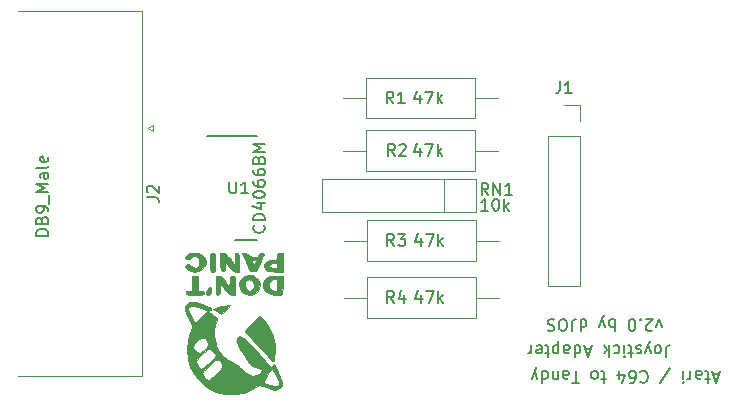
<source format=gbr>
G04 #@! TF.GenerationSoftware,KiCad,Pcbnew,(5.1.5-0-10_14)*
G04 #@! TF.CreationDate,2020-10-19T13:07:17+11:00*
G04 #@! TF.ProjectId,Atari-Tandy Joystick Adapter,41746172-692d-4546-916e-6479204a6f79,rev?*
G04 #@! TF.SameCoordinates,Original*
G04 #@! TF.FileFunction,Legend,Top*
G04 #@! TF.FilePolarity,Positive*
%FSLAX46Y46*%
G04 Gerber Fmt 4.6, Leading zero omitted, Abs format (unit mm)*
G04 Created by KiCad (PCBNEW (5.1.5-0-10_14)) date 2020-10-19 13:07:17*
%MOMM*%
%LPD*%
G04 APERTURE LIST*
%ADD10C,0.150000*%
%ADD11C,0.010000*%
%ADD12C,0.120000*%
%ADD13C,0.152400*%
G04 APERTURE END LIST*
D10*
X107219142Y-64857285D02*
X106981047Y-64190619D01*
X106742952Y-64857285D01*
X106409619Y-65095380D02*
X106362000Y-65143000D01*
X106266761Y-65190619D01*
X106028666Y-65190619D01*
X105933428Y-65143000D01*
X105885809Y-65095380D01*
X105838190Y-65000142D01*
X105838190Y-64904904D01*
X105885809Y-64762047D01*
X106457238Y-64190619D01*
X105838190Y-64190619D01*
X105409619Y-64285857D02*
X105362000Y-64238238D01*
X105409619Y-64190619D01*
X105457238Y-64238238D01*
X105409619Y-64285857D01*
X105409619Y-64190619D01*
X104742952Y-65190619D02*
X104647714Y-65190619D01*
X104552476Y-65143000D01*
X104504857Y-65095380D01*
X104457238Y-65000142D01*
X104409619Y-64809666D01*
X104409619Y-64571571D01*
X104457238Y-64381095D01*
X104504857Y-64285857D01*
X104552476Y-64238238D01*
X104647714Y-64190619D01*
X104742952Y-64190619D01*
X104838190Y-64238238D01*
X104885809Y-64285857D01*
X104933428Y-64381095D01*
X104981047Y-64571571D01*
X104981047Y-64809666D01*
X104933428Y-65000142D01*
X104885809Y-65095380D01*
X104838190Y-65143000D01*
X104742952Y-65190619D01*
X103219142Y-64190619D02*
X103219142Y-65190619D01*
X103219142Y-64809666D02*
X103123904Y-64857285D01*
X102933428Y-64857285D01*
X102838190Y-64809666D01*
X102790571Y-64762047D01*
X102742952Y-64666809D01*
X102742952Y-64381095D01*
X102790571Y-64285857D01*
X102838190Y-64238238D01*
X102933428Y-64190619D01*
X103123904Y-64190619D01*
X103219142Y-64238238D01*
X102409619Y-64857285D02*
X102171523Y-64190619D01*
X101933428Y-64857285D02*
X102171523Y-64190619D01*
X102266761Y-63952523D01*
X102314380Y-63904904D01*
X102409619Y-63857285D01*
X100362000Y-64190619D02*
X100362000Y-65190619D01*
X100362000Y-64238238D02*
X100457238Y-64190619D01*
X100647714Y-64190619D01*
X100742952Y-64238238D01*
X100790571Y-64285857D01*
X100838190Y-64381095D01*
X100838190Y-64666809D01*
X100790571Y-64762047D01*
X100742952Y-64809666D01*
X100647714Y-64857285D01*
X100457238Y-64857285D01*
X100362000Y-64809666D01*
X99600095Y-65190619D02*
X99600095Y-64476333D01*
X99647714Y-64333476D01*
X99742952Y-64238238D01*
X99885809Y-64190619D01*
X99981047Y-64190619D01*
X98933428Y-65190619D02*
X98742952Y-65190619D01*
X98647714Y-65143000D01*
X98552476Y-65047761D01*
X98504857Y-64857285D01*
X98504857Y-64523952D01*
X98552476Y-64333476D01*
X98647714Y-64238238D01*
X98742952Y-64190619D01*
X98933428Y-64190619D01*
X99028666Y-64238238D01*
X99123904Y-64333476D01*
X99171523Y-64523952D01*
X99171523Y-64857285D01*
X99123904Y-65047761D01*
X99028666Y-65143000D01*
X98933428Y-65190619D01*
X98123904Y-64238238D02*
X97981047Y-64190619D01*
X97742952Y-64190619D01*
X97647714Y-64238238D01*
X97600095Y-64285857D01*
X97552476Y-64381095D01*
X97552476Y-64476333D01*
X97600095Y-64571571D01*
X97647714Y-64619190D01*
X97742952Y-64666809D01*
X97933428Y-64714428D01*
X98028666Y-64762047D01*
X98076285Y-64809666D01*
X98123904Y-64904904D01*
X98123904Y-65000142D01*
X98076285Y-65095380D01*
X98028666Y-65143000D01*
X97933428Y-65190619D01*
X97695333Y-65190619D01*
X97552476Y-65143000D01*
X107560357Y-67413119D02*
X107560357Y-66698833D01*
X107607976Y-66555976D01*
X107703214Y-66460738D01*
X107846071Y-66413119D01*
X107941309Y-66413119D01*
X106941309Y-66413119D02*
X107036547Y-66460738D01*
X107084166Y-66508357D01*
X107131785Y-66603595D01*
X107131785Y-66889309D01*
X107084166Y-66984547D01*
X107036547Y-67032166D01*
X106941309Y-67079785D01*
X106798452Y-67079785D01*
X106703214Y-67032166D01*
X106655595Y-66984547D01*
X106607976Y-66889309D01*
X106607976Y-66603595D01*
X106655595Y-66508357D01*
X106703214Y-66460738D01*
X106798452Y-66413119D01*
X106941309Y-66413119D01*
X106274642Y-67079785D02*
X106036547Y-66413119D01*
X105798452Y-67079785D02*
X106036547Y-66413119D01*
X106131785Y-66175023D01*
X106179404Y-66127404D01*
X106274642Y-66079785D01*
X105465119Y-66460738D02*
X105369880Y-66413119D01*
X105179404Y-66413119D01*
X105084166Y-66460738D01*
X105036547Y-66555976D01*
X105036547Y-66603595D01*
X105084166Y-66698833D01*
X105179404Y-66746452D01*
X105322261Y-66746452D01*
X105417500Y-66794071D01*
X105465119Y-66889309D01*
X105465119Y-66936928D01*
X105417500Y-67032166D01*
X105322261Y-67079785D01*
X105179404Y-67079785D01*
X105084166Y-67032166D01*
X104750833Y-67079785D02*
X104369880Y-67079785D01*
X104607976Y-67413119D02*
X104607976Y-66555976D01*
X104560357Y-66460738D01*
X104465119Y-66413119D01*
X104369880Y-66413119D01*
X104036547Y-66413119D02*
X104036547Y-67079785D01*
X104036547Y-67413119D02*
X104084166Y-67365500D01*
X104036547Y-67317880D01*
X103988928Y-67365500D01*
X104036547Y-67413119D01*
X104036547Y-67317880D01*
X103131785Y-66460738D02*
X103227023Y-66413119D01*
X103417500Y-66413119D01*
X103512738Y-66460738D01*
X103560357Y-66508357D01*
X103607976Y-66603595D01*
X103607976Y-66889309D01*
X103560357Y-66984547D01*
X103512738Y-67032166D01*
X103417500Y-67079785D01*
X103227023Y-67079785D01*
X103131785Y-67032166D01*
X102703214Y-66413119D02*
X102703214Y-67413119D01*
X102607976Y-66794071D02*
X102322261Y-66413119D01*
X102322261Y-67079785D02*
X102703214Y-66698833D01*
X101179404Y-66698833D02*
X100703214Y-66698833D01*
X101274642Y-66413119D02*
X100941309Y-67413119D01*
X100607976Y-66413119D01*
X99846071Y-66413119D02*
X99846071Y-67413119D01*
X99846071Y-66460738D02*
X99941309Y-66413119D01*
X100131785Y-66413119D01*
X100227023Y-66460738D01*
X100274642Y-66508357D01*
X100322261Y-66603595D01*
X100322261Y-66889309D01*
X100274642Y-66984547D01*
X100227023Y-67032166D01*
X100131785Y-67079785D01*
X99941309Y-67079785D01*
X99846071Y-67032166D01*
X98941309Y-66413119D02*
X98941309Y-66936928D01*
X98988928Y-67032166D01*
X99084166Y-67079785D01*
X99274642Y-67079785D01*
X99369880Y-67032166D01*
X98941309Y-66460738D02*
X99036547Y-66413119D01*
X99274642Y-66413119D01*
X99369880Y-66460738D01*
X99417500Y-66555976D01*
X99417500Y-66651214D01*
X99369880Y-66746452D01*
X99274642Y-66794071D01*
X99036547Y-66794071D01*
X98941309Y-66841690D01*
X98465119Y-67079785D02*
X98465119Y-66079785D01*
X98465119Y-67032166D02*
X98369880Y-67079785D01*
X98179404Y-67079785D01*
X98084166Y-67032166D01*
X98036547Y-66984547D01*
X97988928Y-66889309D01*
X97988928Y-66603595D01*
X98036547Y-66508357D01*
X98084166Y-66460738D01*
X98179404Y-66413119D01*
X98369880Y-66413119D01*
X98465119Y-66460738D01*
X97703214Y-67079785D02*
X97322261Y-67079785D01*
X97560357Y-67413119D02*
X97560357Y-66555976D01*
X97512738Y-66460738D01*
X97417500Y-66413119D01*
X97322261Y-66413119D01*
X96607976Y-66460738D02*
X96703214Y-66413119D01*
X96893690Y-66413119D01*
X96988928Y-66460738D01*
X97036547Y-66555976D01*
X97036547Y-66936928D01*
X96988928Y-67032166D01*
X96893690Y-67079785D01*
X96703214Y-67079785D01*
X96607976Y-67032166D01*
X96560357Y-66936928D01*
X96560357Y-66841690D01*
X97036547Y-66746452D01*
X96131785Y-66413119D02*
X96131785Y-67079785D01*
X96131785Y-66889309D02*
X96084166Y-66984547D01*
X96036547Y-67032166D01*
X95941309Y-67079785D01*
X95846071Y-67079785D01*
X112020904Y-68857833D02*
X111544714Y-68857833D01*
X112116142Y-68572119D02*
X111782809Y-69572119D01*
X111449476Y-68572119D01*
X111259000Y-69238785D02*
X110878047Y-69238785D01*
X111116142Y-69572119D02*
X111116142Y-68714976D01*
X111068523Y-68619738D01*
X110973285Y-68572119D01*
X110878047Y-68572119D01*
X110116142Y-68572119D02*
X110116142Y-69095928D01*
X110163761Y-69191166D01*
X110259000Y-69238785D01*
X110449476Y-69238785D01*
X110544714Y-69191166D01*
X110116142Y-68619738D02*
X110211380Y-68572119D01*
X110449476Y-68572119D01*
X110544714Y-68619738D01*
X110592333Y-68714976D01*
X110592333Y-68810214D01*
X110544714Y-68905452D01*
X110449476Y-68953071D01*
X110211380Y-68953071D01*
X110116142Y-69000690D01*
X109639952Y-68572119D02*
X109639952Y-69238785D01*
X109639952Y-69048309D02*
X109592333Y-69143547D01*
X109544714Y-69191166D01*
X109449476Y-69238785D01*
X109354238Y-69238785D01*
X109020904Y-68572119D02*
X109020904Y-69238785D01*
X109020904Y-69572119D02*
X109068523Y-69524500D01*
X109020904Y-69476880D01*
X108973285Y-69524500D01*
X109020904Y-69572119D01*
X109020904Y-69476880D01*
X107068523Y-69619738D02*
X107925666Y-68334023D01*
X105401857Y-68667357D02*
X105449476Y-68619738D01*
X105592333Y-68572119D01*
X105687571Y-68572119D01*
X105830428Y-68619738D01*
X105925666Y-68714976D01*
X105973285Y-68810214D01*
X106020904Y-69000690D01*
X106020904Y-69143547D01*
X105973285Y-69334023D01*
X105925666Y-69429261D01*
X105830428Y-69524500D01*
X105687571Y-69572119D01*
X105592333Y-69572119D01*
X105449476Y-69524500D01*
X105401857Y-69476880D01*
X104544714Y-69572119D02*
X104735190Y-69572119D01*
X104830428Y-69524500D01*
X104878047Y-69476880D01*
X104973285Y-69334023D01*
X105020904Y-69143547D01*
X105020904Y-68762595D01*
X104973285Y-68667357D01*
X104925666Y-68619738D01*
X104830428Y-68572119D01*
X104639952Y-68572119D01*
X104544714Y-68619738D01*
X104497095Y-68667357D01*
X104449476Y-68762595D01*
X104449476Y-69000690D01*
X104497095Y-69095928D01*
X104544714Y-69143547D01*
X104639952Y-69191166D01*
X104830428Y-69191166D01*
X104925666Y-69143547D01*
X104973285Y-69095928D01*
X105020904Y-69000690D01*
X103592333Y-69238785D02*
X103592333Y-68572119D01*
X103830428Y-69619738D02*
X104068523Y-68905452D01*
X103449476Y-68905452D01*
X102449476Y-69238785D02*
X102068523Y-69238785D01*
X102306619Y-69572119D02*
X102306619Y-68714976D01*
X102259000Y-68619738D01*
X102163761Y-68572119D01*
X102068523Y-68572119D01*
X101592333Y-68572119D02*
X101687571Y-68619738D01*
X101735190Y-68667357D01*
X101782809Y-68762595D01*
X101782809Y-69048309D01*
X101735190Y-69143547D01*
X101687571Y-69191166D01*
X101592333Y-69238785D01*
X101449476Y-69238785D01*
X101354238Y-69191166D01*
X101306619Y-69143547D01*
X101259000Y-69048309D01*
X101259000Y-68762595D01*
X101306619Y-68667357D01*
X101354238Y-68619738D01*
X101449476Y-68572119D01*
X101592333Y-68572119D01*
X100211380Y-69572119D02*
X99639952Y-69572119D01*
X99925666Y-68572119D02*
X99925666Y-69572119D01*
X98878047Y-68572119D02*
X98878047Y-69095928D01*
X98925666Y-69191166D01*
X99020904Y-69238785D01*
X99211380Y-69238785D01*
X99306619Y-69191166D01*
X98878047Y-68619738D02*
X98973285Y-68572119D01*
X99211380Y-68572119D01*
X99306619Y-68619738D01*
X99354238Y-68714976D01*
X99354238Y-68810214D01*
X99306619Y-68905452D01*
X99211380Y-68953071D01*
X98973285Y-68953071D01*
X98878047Y-69000690D01*
X98401857Y-69238785D02*
X98401857Y-68572119D01*
X98401857Y-69143547D02*
X98354238Y-69191166D01*
X98259000Y-69238785D01*
X98116142Y-69238785D01*
X98020904Y-69191166D01*
X97973285Y-69095928D01*
X97973285Y-68572119D01*
X97068523Y-68572119D02*
X97068523Y-69572119D01*
X97068523Y-68619738D02*
X97163761Y-68572119D01*
X97354238Y-68572119D01*
X97449476Y-68619738D01*
X97497095Y-68667357D01*
X97544714Y-68762595D01*
X97544714Y-69048309D01*
X97497095Y-69143547D01*
X97449476Y-69191166D01*
X97354238Y-69238785D01*
X97163761Y-69238785D01*
X97068523Y-69191166D01*
X96687571Y-69238785D02*
X96449476Y-68572119D01*
X96211380Y-69238785D02*
X96449476Y-68572119D01*
X96544714Y-68334023D01*
X96592333Y-68286404D01*
X96687571Y-68238785D01*
D11*
G36*
X74264952Y-67747588D02*
G01*
X74117241Y-67616662D01*
X73975911Y-67456747D01*
X73802477Y-67255536D01*
X73541688Y-66968640D01*
X73225495Y-66630542D01*
X72885846Y-66275725D01*
X72796214Y-66183530D01*
X72488859Y-65863205D01*
X72229000Y-65582274D01*
X72037575Y-65364173D01*
X71935526Y-65232338D01*
X71924333Y-65207744D01*
X71981028Y-65117213D01*
X72134054Y-64937972D01*
X72357825Y-64698824D01*
X72544539Y-64509529D01*
X73164744Y-63893463D01*
X73512191Y-64270398D01*
X73972711Y-64889174D01*
X74280031Y-65580078D01*
X74434143Y-66343089D01*
X74447149Y-67004805D01*
X74422984Y-67336402D01*
X74391103Y-67601030D01*
X74357254Y-67754613D01*
X74346934Y-67773122D01*
X74264952Y-67747588D01*
G37*
X74264952Y-67747588D02*
X74117241Y-67616662D01*
X73975911Y-67456747D01*
X73802477Y-67255536D01*
X73541688Y-66968640D01*
X73225495Y-66630542D01*
X72885846Y-66275725D01*
X72796214Y-66183530D01*
X72488859Y-65863205D01*
X72229000Y-65582274D01*
X72037575Y-65364173D01*
X71935526Y-65232338D01*
X71924333Y-65207744D01*
X71981028Y-65117213D01*
X72134054Y-64937972D01*
X72357825Y-64698824D01*
X72544539Y-64509529D01*
X73164744Y-63893463D01*
X73512191Y-64270398D01*
X73972711Y-64889174D01*
X74280031Y-65580078D01*
X74434143Y-66343089D01*
X74447149Y-67004805D01*
X74422984Y-67336402D01*
X74391103Y-67601030D01*
X74357254Y-67754613D01*
X74346934Y-67773122D01*
X74264952Y-67747588D01*
G36*
X69553532Y-63540394D02*
G01*
X69213253Y-63337476D01*
X69446960Y-63229838D01*
X69661234Y-63162735D01*
X69965356Y-63103992D01*
X70188666Y-63076666D01*
X70696666Y-63031134D01*
X70527333Y-63221788D01*
X70329922Y-63413555D01*
X70125905Y-63577877D01*
X69893810Y-63743312D01*
X69553532Y-63540394D01*
G37*
X69553532Y-63540394D02*
X69213253Y-63337476D01*
X69446960Y-63229838D01*
X69661234Y-63162735D01*
X69965356Y-63103992D01*
X70188666Y-63076666D01*
X70696666Y-63031134D01*
X70527333Y-63221788D01*
X70329922Y-63413555D01*
X70125905Y-63577877D01*
X69893810Y-63743312D01*
X69553532Y-63540394D01*
G36*
X69723201Y-70423984D02*
G01*
X69089591Y-70174712D01*
X68514362Y-69817178D01*
X68011712Y-69363503D01*
X67595843Y-68825806D01*
X67280955Y-68216207D01*
X67081250Y-67546827D01*
X67010926Y-66829785D01*
X67084185Y-66077202D01*
X67225333Y-65545145D01*
X67326149Y-65230442D01*
X67400898Y-64969719D01*
X67435951Y-64811187D01*
X67437000Y-64796283D01*
X67402128Y-64668002D01*
X67309608Y-64433398D01*
X67177584Y-64137574D01*
X67140666Y-64059621D01*
X66960781Y-63654367D01*
X66870049Y-63358804D01*
X66865000Y-63140865D01*
X66942163Y-62968484D01*
X67013666Y-62886166D01*
X67202063Y-62767432D01*
X67467476Y-62732564D01*
X67846918Y-62776892D01*
X67860048Y-62779322D01*
X68043168Y-62833982D01*
X68318738Y-62939093D01*
X68622048Y-63069657D01*
X68903717Y-63200921D01*
X69051519Y-63284944D01*
X69086368Y-63343156D01*
X69029180Y-63396989D01*
X68972670Y-63428926D01*
X68880699Y-63485256D01*
X68737677Y-63485256D01*
X68277838Y-63271205D01*
X67915872Y-63134631D01*
X67583476Y-63066161D01*
X67317064Y-63068504D01*
X67153054Y-63144366D01*
X67127726Y-63185692D01*
X67127239Y-63362494D01*
X67200645Y-63624983D01*
X67326972Y-63918582D01*
X67485248Y-64188712D01*
X67542654Y-64265562D01*
X67733333Y-64501957D01*
X68235505Y-63993606D01*
X68737677Y-63485256D01*
X68880699Y-63485256D01*
X68869104Y-63492357D01*
X68850666Y-63550194D01*
X68935685Y-63631360D01*
X69142489Y-63764774D01*
X69213074Y-63808270D01*
X69464386Y-63977205D01*
X69584916Y-64101761D01*
X69598065Y-64207572D01*
X69592167Y-64223542D01*
X69428270Y-64646624D01*
X69339042Y-64992835D01*
X69311096Y-65329944D01*
X69320830Y-65596864D01*
X69436073Y-66261074D01*
X69486488Y-66378649D01*
X68815640Y-66378649D01*
X68803839Y-66191740D01*
X68705409Y-66016599D01*
X68512107Y-65823289D01*
X68302728Y-65781909D01*
X68058781Y-65893782D01*
X67842736Y-66078349D01*
X67631842Y-66300788D01*
X67542237Y-66463517D01*
X67564423Y-66614384D01*
X67688902Y-66801234D01*
X67697145Y-66811748D01*
X67895013Y-66989603D01*
X68105945Y-67014683D01*
X68355955Y-66887067D01*
X68448412Y-66814034D01*
X68700983Y-66574232D01*
X68815640Y-66378649D01*
X69486488Y-66378649D01*
X69679313Y-66828339D01*
X69992801Y-67223655D01*
X69442946Y-67223655D01*
X69358924Y-67065058D01*
X69255353Y-66948100D01*
X69083347Y-66789701D01*
X68949245Y-66702464D01*
X68923993Y-66696547D01*
X68823153Y-66749803D01*
X68633428Y-66891237D01*
X68390120Y-67093912D01*
X68304833Y-67168977D01*
X68060661Y-67403958D01*
X67876100Y-67614254D01*
X67781788Y-67763786D01*
X67775666Y-67792178D01*
X67829067Y-67970758D01*
X67957645Y-68170231D01*
X68113963Y-68329909D01*
X68242551Y-68389500D01*
X68366115Y-68334145D01*
X68568742Y-68190397D01*
X68811927Y-67991729D01*
X69057166Y-67771614D01*
X69265954Y-67563525D01*
X69399786Y-67400935D01*
X69419360Y-67366471D01*
X69442946Y-67223655D01*
X69992801Y-67223655D01*
X70043555Y-67287656D01*
X70521807Y-67628021D01*
X70651397Y-67690180D01*
X71002043Y-67888594D01*
X71396290Y-68183258D01*
X71456091Y-68236646D01*
X70024351Y-68236646D01*
X70007877Y-68034369D01*
X69884285Y-67825189D01*
X69701357Y-67670613D01*
X69551153Y-67627500D01*
X69428127Y-67682027D01*
X69220132Y-67827802D01*
X68963688Y-68038117D01*
X68846245Y-68143001D01*
X68596440Y-68382282D01*
X68403589Y-68586769D01*
X68296354Y-68725142D01*
X68283666Y-68757699D01*
X68344706Y-68899541D01*
X68490924Y-69077747D01*
X68666973Y-69236110D01*
X68817501Y-69318427D01*
X68838226Y-69320833D01*
X68973759Y-69263088D01*
X69183373Y-69112940D01*
X69429182Y-68905017D01*
X69673302Y-68673949D01*
X69877846Y-68454365D01*
X70004931Y-68280895D01*
X70024351Y-68236646D01*
X71456091Y-68236646D01*
X71683268Y-68439458D01*
X71962522Y-68700840D01*
X72163727Y-68862457D01*
X72325274Y-68947492D01*
X72485551Y-68979125D01*
X72582016Y-68982166D01*
X72862254Y-68936457D01*
X73119303Y-68819525D01*
X73302862Y-68661670D01*
X73363666Y-68511355D01*
X73283638Y-68415044D01*
X73061305Y-68343809D01*
X73017143Y-68336090D01*
X72765846Y-68271272D01*
X72541090Y-68149259D01*
X72321161Y-67948319D01*
X72084345Y-67646719D01*
X71808929Y-67222728D01*
X71664034Y-66981857D01*
X71442387Y-66603514D01*
X71297709Y-66340043D01*
X71219002Y-66161627D01*
X71195268Y-66038447D01*
X71215508Y-65940687D01*
X71252659Y-65866590D01*
X71375106Y-65698167D01*
X71479819Y-65616404D01*
X71594575Y-65657937D01*
X71802839Y-65814225D01*
X72089110Y-66070445D01*
X72437887Y-66411773D01*
X72833669Y-66823384D01*
X73260956Y-67290454D01*
X73431087Y-67482503D01*
X73727970Y-67818554D01*
X73934252Y-68042169D01*
X74070240Y-68168871D01*
X74156238Y-68214183D01*
X74212553Y-68193630D01*
X74259489Y-68122734D01*
X74262125Y-68117827D01*
X74314767Y-68037408D01*
X74367831Y-68027801D01*
X74438998Y-68109535D01*
X74545949Y-68303141D01*
X74706367Y-68629147D01*
X74711300Y-68639346D01*
X74924532Y-69126425D01*
X75033435Y-69498806D01*
X75035484Y-69585377D01*
X74803000Y-69585377D01*
X74767895Y-69436340D01*
X74677733Y-69206120D01*
X74555245Y-68940661D01*
X74423162Y-68685904D01*
X74304214Y-68487790D01*
X74221132Y-68392262D01*
X74211315Y-68389500D01*
X74136000Y-68456172D01*
X73999574Y-68632941D01*
X73828435Y-68884939D01*
X73786302Y-68950881D01*
X73601542Y-69252556D01*
X73519523Y-69447986D01*
X73552939Y-69574334D01*
X73714487Y-69668764D01*
X74016861Y-69768438D01*
X74071230Y-69784949D01*
X74421939Y-69852495D01*
X74666024Y-69815080D01*
X74789987Y-69676386D01*
X74803000Y-69585377D01*
X75035484Y-69585377D01*
X75039940Y-69773631D01*
X74945982Y-69968041D01*
X74868828Y-70035699D01*
X74670099Y-70132942D01*
X74432225Y-70155162D01*
X74118469Y-70100286D01*
X73702333Y-69969840D01*
X73152000Y-69776671D01*
X72557424Y-70096053D01*
X71832302Y-70401029D01*
X71108757Y-70549262D01*
X70400989Y-70552874D01*
X69723201Y-70423984D01*
G37*
X69723201Y-70423984D02*
X69089591Y-70174712D01*
X68514362Y-69817178D01*
X68011712Y-69363503D01*
X67595843Y-68825806D01*
X67280955Y-68216207D01*
X67081250Y-67546827D01*
X67010926Y-66829785D01*
X67084185Y-66077202D01*
X67225333Y-65545145D01*
X67326149Y-65230442D01*
X67400898Y-64969719D01*
X67435951Y-64811187D01*
X67437000Y-64796283D01*
X67402128Y-64668002D01*
X67309608Y-64433398D01*
X67177584Y-64137574D01*
X67140666Y-64059621D01*
X66960781Y-63654367D01*
X66870049Y-63358804D01*
X66865000Y-63140865D01*
X66942163Y-62968484D01*
X67013666Y-62886166D01*
X67202063Y-62767432D01*
X67467476Y-62732564D01*
X67846918Y-62776892D01*
X67860048Y-62779322D01*
X68043168Y-62833982D01*
X68318738Y-62939093D01*
X68622048Y-63069657D01*
X68903717Y-63200921D01*
X69051519Y-63284944D01*
X69086368Y-63343156D01*
X69029180Y-63396989D01*
X68972670Y-63428926D01*
X68880699Y-63485256D01*
X68737677Y-63485256D01*
X68277838Y-63271205D01*
X67915872Y-63134631D01*
X67583476Y-63066161D01*
X67317064Y-63068504D01*
X67153054Y-63144366D01*
X67127726Y-63185692D01*
X67127239Y-63362494D01*
X67200645Y-63624983D01*
X67326972Y-63918582D01*
X67485248Y-64188712D01*
X67542654Y-64265562D01*
X67733333Y-64501957D01*
X68235505Y-63993606D01*
X68737677Y-63485256D01*
X68880699Y-63485256D01*
X68869104Y-63492357D01*
X68850666Y-63550194D01*
X68935685Y-63631360D01*
X69142489Y-63764774D01*
X69213074Y-63808270D01*
X69464386Y-63977205D01*
X69584916Y-64101761D01*
X69598065Y-64207572D01*
X69592167Y-64223542D01*
X69428270Y-64646624D01*
X69339042Y-64992835D01*
X69311096Y-65329944D01*
X69320830Y-65596864D01*
X69436073Y-66261074D01*
X69486488Y-66378649D01*
X68815640Y-66378649D01*
X68803839Y-66191740D01*
X68705409Y-66016599D01*
X68512107Y-65823289D01*
X68302728Y-65781909D01*
X68058781Y-65893782D01*
X67842736Y-66078349D01*
X67631842Y-66300788D01*
X67542237Y-66463517D01*
X67564423Y-66614384D01*
X67688902Y-66801234D01*
X67697145Y-66811748D01*
X67895013Y-66989603D01*
X68105945Y-67014683D01*
X68355955Y-66887067D01*
X68448412Y-66814034D01*
X68700983Y-66574232D01*
X68815640Y-66378649D01*
X69486488Y-66378649D01*
X69679313Y-66828339D01*
X69992801Y-67223655D01*
X69442946Y-67223655D01*
X69358924Y-67065058D01*
X69255353Y-66948100D01*
X69083347Y-66789701D01*
X68949245Y-66702464D01*
X68923993Y-66696547D01*
X68823153Y-66749803D01*
X68633428Y-66891237D01*
X68390120Y-67093912D01*
X68304833Y-67168977D01*
X68060661Y-67403958D01*
X67876100Y-67614254D01*
X67781788Y-67763786D01*
X67775666Y-67792178D01*
X67829067Y-67970758D01*
X67957645Y-68170231D01*
X68113963Y-68329909D01*
X68242551Y-68389500D01*
X68366115Y-68334145D01*
X68568742Y-68190397D01*
X68811927Y-67991729D01*
X69057166Y-67771614D01*
X69265954Y-67563525D01*
X69399786Y-67400935D01*
X69419360Y-67366471D01*
X69442946Y-67223655D01*
X69992801Y-67223655D01*
X70043555Y-67287656D01*
X70521807Y-67628021D01*
X70651397Y-67690180D01*
X71002043Y-67888594D01*
X71396290Y-68183258D01*
X71456091Y-68236646D01*
X70024351Y-68236646D01*
X70007877Y-68034369D01*
X69884285Y-67825189D01*
X69701357Y-67670613D01*
X69551153Y-67627500D01*
X69428127Y-67682027D01*
X69220132Y-67827802D01*
X68963688Y-68038117D01*
X68846245Y-68143001D01*
X68596440Y-68382282D01*
X68403589Y-68586769D01*
X68296354Y-68725142D01*
X68283666Y-68757699D01*
X68344706Y-68899541D01*
X68490924Y-69077747D01*
X68666973Y-69236110D01*
X68817501Y-69318427D01*
X68838226Y-69320833D01*
X68973759Y-69263088D01*
X69183373Y-69112940D01*
X69429182Y-68905017D01*
X69673302Y-68673949D01*
X69877846Y-68454365D01*
X70004931Y-68280895D01*
X70024351Y-68236646D01*
X71456091Y-68236646D01*
X71683268Y-68439458D01*
X71962522Y-68700840D01*
X72163727Y-68862457D01*
X72325274Y-68947492D01*
X72485551Y-68979125D01*
X72582016Y-68982166D01*
X72862254Y-68936457D01*
X73119303Y-68819525D01*
X73302862Y-68661670D01*
X73363666Y-68511355D01*
X73283638Y-68415044D01*
X73061305Y-68343809D01*
X73017143Y-68336090D01*
X72765846Y-68271272D01*
X72541090Y-68149259D01*
X72321161Y-67948319D01*
X72084345Y-67646719D01*
X71808929Y-67222728D01*
X71664034Y-66981857D01*
X71442387Y-66603514D01*
X71297709Y-66340043D01*
X71219002Y-66161627D01*
X71195268Y-66038447D01*
X71215508Y-65940687D01*
X71252659Y-65866590D01*
X71375106Y-65698167D01*
X71479819Y-65616404D01*
X71594575Y-65657937D01*
X71802839Y-65814225D01*
X72089110Y-66070445D01*
X72437887Y-66411773D01*
X72833669Y-66823384D01*
X73260956Y-67290454D01*
X73431087Y-67482503D01*
X73727970Y-67818554D01*
X73934252Y-68042169D01*
X74070240Y-68168871D01*
X74156238Y-68214183D01*
X74212553Y-68193630D01*
X74259489Y-68122734D01*
X74262125Y-68117827D01*
X74314767Y-68037408D01*
X74367831Y-68027801D01*
X74438998Y-68109535D01*
X74545949Y-68303141D01*
X74706367Y-68629147D01*
X74711300Y-68639346D01*
X74924532Y-69126425D01*
X75033435Y-69498806D01*
X75035484Y-69585377D01*
X74803000Y-69585377D01*
X74767895Y-69436340D01*
X74677733Y-69206120D01*
X74555245Y-68940661D01*
X74423162Y-68685904D01*
X74304214Y-68487790D01*
X74221132Y-68392262D01*
X74211315Y-68389500D01*
X74136000Y-68456172D01*
X73999574Y-68632941D01*
X73828435Y-68884939D01*
X73786302Y-68950881D01*
X73601542Y-69252556D01*
X73519523Y-69447986D01*
X73552939Y-69574334D01*
X73714487Y-69668764D01*
X74016861Y-69768438D01*
X74071230Y-69784949D01*
X74421939Y-69852495D01*
X74666024Y-69815080D01*
X74789987Y-69676386D01*
X74803000Y-69585377D01*
X75035484Y-69585377D01*
X75039940Y-69773631D01*
X74945982Y-69968041D01*
X74868828Y-70035699D01*
X74670099Y-70132942D01*
X74432225Y-70155162D01*
X74118469Y-70100286D01*
X73702333Y-69969840D01*
X73152000Y-69776671D01*
X72557424Y-70096053D01*
X71832302Y-70401029D01*
X71108757Y-70549262D01*
X70400989Y-70552874D01*
X69723201Y-70423984D01*
G36*
X68664954Y-62069675D02*
G01*
X68624632Y-61919934D01*
X68714374Y-61695546D01*
X68754134Y-61635005D01*
X68884257Y-61481364D01*
X68965276Y-61478475D01*
X69009537Y-61633278D01*
X69022559Y-61785939D01*
X69024471Y-62003197D01*
X68978978Y-62099988D01*
X68859266Y-62123918D01*
X68832059Y-62124166D01*
X68664954Y-62069675D01*
G37*
X68664954Y-62069675D02*
X68624632Y-61919934D01*
X68714374Y-61695546D01*
X68754134Y-61635005D01*
X68884257Y-61481364D01*
X68965276Y-61478475D01*
X69009537Y-61633278D01*
X69022559Y-61785939D01*
X69024471Y-62003197D01*
X68978978Y-62099988D01*
X68859266Y-62123918D01*
X68832059Y-62124166D01*
X68664954Y-62069675D01*
G36*
X67328965Y-62121337D02*
G01*
X67104002Y-62108074D01*
X66983884Y-62077215D01*
X66936379Y-62021599D01*
X66929000Y-61954833D01*
X66968916Y-61830886D01*
X67117433Y-61787247D01*
X67183000Y-61785500D01*
X67437000Y-61785500D01*
X67437000Y-60515500D01*
X67945000Y-60515500D01*
X67945000Y-61785500D01*
X68199000Y-61785500D01*
X68384920Y-61812110D01*
X68450379Y-61911122D01*
X68453000Y-61954833D01*
X68440267Y-62035285D01*
X68380584Y-62085277D01*
X68241720Y-62111970D01*
X67991447Y-62122527D01*
X67691000Y-62124166D01*
X67328965Y-62121337D01*
G37*
X67328965Y-62121337D02*
X67104002Y-62108074D01*
X66983884Y-62077215D01*
X66936379Y-62021599D01*
X66929000Y-61954833D01*
X66968916Y-61830886D01*
X67117433Y-61787247D01*
X67183000Y-61785500D01*
X67437000Y-61785500D01*
X67437000Y-60515500D01*
X67945000Y-60515500D01*
X67945000Y-61785500D01*
X68199000Y-61785500D01*
X68384920Y-61812110D01*
X68450379Y-61911122D01*
X68453000Y-61954833D01*
X68440267Y-62035285D01*
X68380584Y-62085277D01*
X68241720Y-62111970D01*
X67991447Y-62122527D01*
X67691000Y-62124166D01*
X67328965Y-62121337D01*
G36*
X70657555Y-62096217D02*
G01*
X70501814Y-61991511D01*
X70316082Y-61778766D01*
X70256902Y-61700833D01*
X70081936Y-61479699D01*
X69941853Y-61326505D01*
X69874261Y-61277500D01*
X69836266Y-61353674D01*
X69812155Y-61548431D01*
X69807666Y-61700833D01*
X69798751Y-61954750D01*
X69760910Y-62081388D01*
X69677500Y-62122355D01*
X69638333Y-62124166D01*
X69559631Y-62112021D01*
X69509959Y-62054643D01*
X69482706Y-61920623D01*
X69471258Y-61678549D01*
X69469000Y-61319833D01*
X69469000Y-60515500D01*
X69701833Y-60517326D01*
X69855188Y-60549177D01*
X70007407Y-60661489D01*
X70193391Y-60883294D01*
X70273333Y-60992742D01*
X70612000Y-61466332D01*
X70637392Y-60990916D01*
X70657926Y-60720239D01*
X70695632Y-60578039D01*
X70770507Y-60523482D01*
X70870225Y-60515500D01*
X70966329Y-60521556D01*
X71026941Y-60560869D01*
X71060239Y-60665154D01*
X71074405Y-60866125D01*
X71077616Y-61195497D01*
X71077666Y-61319833D01*
X71077666Y-62124166D01*
X70825308Y-62124166D01*
X70657555Y-62096217D01*
G37*
X70657555Y-62096217D02*
X70501814Y-61991511D01*
X70316082Y-61778766D01*
X70256902Y-61700833D01*
X70081936Y-61479699D01*
X69941853Y-61326505D01*
X69874261Y-61277500D01*
X69836266Y-61353674D01*
X69812155Y-61548431D01*
X69807666Y-61700833D01*
X69798751Y-61954750D01*
X69760910Y-62081388D01*
X69677500Y-62122355D01*
X69638333Y-62124166D01*
X69559631Y-62112021D01*
X69509959Y-62054643D01*
X69482706Y-61920623D01*
X69471258Y-61678549D01*
X69469000Y-61319833D01*
X69469000Y-60515500D01*
X69701833Y-60517326D01*
X69855188Y-60549177D01*
X70007407Y-60661489D01*
X70193391Y-60883294D01*
X70273333Y-60992742D01*
X70612000Y-61466332D01*
X70637392Y-60990916D01*
X70657926Y-60720239D01*
X70695632Y-60578039D01*
X70770507Y-60523482D01*
X70870225Y-60515500D01*
X70966329Y-60521556D01*
X71026941Y-60560869D01*
X71060239Y-60665154D01*
X71074405Y-60866125D01*
X71077616Y-61195497D01*
X71077666Y-61319833D01*
X71077666Y-62124166D01*
X70825308Y-62124166D01*
X70657555Y-62096217D01*
G36*
X74060817Y-62039293D02*
G01*
X73751295Y-61905029D01*
X73649369Y-61824900D01*
X73473053Y-61541517D01*
X73441155Y-61222203D01*
X73551055Y-60915007D01*
X73708829Y-60734693D01*
X73874902Y-60614676D01*
X74050991Y-60548109D01*
X74294760Y-60520121D01*
X74558673Y-60515500D01*
X75148021Y-60515500D01*
X75124335Y-61277500D01*
X74633666Y-61277500D01*
X74626957Y-60992623D01*
X74598824Y-60838683D01*
X74537259Y-60777542D01*
X74473713Y-60769500D01*
X74290881Y-60820947D01*
X74124463Y-60922783D01*
X73962803Y-61138538D01*
X73930975Y-61379460D01*
X74014415Y-61598234D01*
X74198559Y-61747547D01*
X74390033Y-61785500D01*
X74524900Y-61778033D01*
X74597694Y-61729028D01*
X74627556Y-61598578D01*
X74633624Y-61346779D01*
X74633666Y-61277500D01*
X75124335Y-61277500D01*
X75123677Y-61298666D01*
X75099333Y-62081833D01*
X74850312Y-62110186D01*
X74447058Y-62112406D01*
X74060817Y-62039293D01*
G37*
X74060817Y-62039293D02*
X73751295Y-61905029D01*
X73649369Y-61824900D01*
X73473053Y-61541517D01*
X73441155Y-61222203D01*
X73551055Y-60915007D01*
X73708829Y-60734693D01*
X73874902Y-60614676D01*
X74050991Y-60548109D01*
X74294760Y-60520121D01*
X74558673Y-60515500D01*
X75148021Y-60515500D01*
X75124335Y-61277500D01*
X74633666Y-61277500D01*
X74626957Y-60992623D01*
X74598824Y-60838683D01*
X74537259Y-60777542D01*
X74473713Y-60769500D01*
X74290881Y-60820947D01*
X74124463Y-60922783D01*
X73962803Y-61138538D01*
X73930975Y-61379460D01*
X74014415Y-61598234D01*
X74198559Y-61747547D01*
X74390033Y-61785500D01*
X74524900Y-61778033D01*
X74597694Y-61729028D01*
X74627556Y-61598578D01*
X74633624Y-61346779D01*
X74633666Y-61277500D01*
X75124335Y-61277500D01*
X75123677Y-61298666D01*
X75099333Y-62081833D01*
X74850312Y-62110186D01*
X74447058Y-62112406D01*
X74060817Y-62039293D01*
G36*
X71994215Y-62084472D02*
G01*
X71690115Y-61901954D01*
X71663820Y-61876679D01*
X71473480Y-61581257D01*
X71410574Y-61237820D01*
X71481456Y-60904786D01*
X71545829Y-60791629D01*
X71689475Y-60670316D01*
X71916303Y-60550666D01*
X72155118Y-60463650D01*
X72334727Y-60440237D01*
X72347666Y-60442835D01*
X72455556Y-60465996D01*
X72577610Y-60490207D01*
X72789400Y-60599393D01*
X72996438Y-60808950D01*
X73147700Y-61056359D01*
X73194333Y-61245867D01*
X73194143Y-61246780D01*
X72686333Y-61246780D01*
X72624864Y-61006267D01*
X72471178Y-60839562D01*
X72271358Y-60772881D01*
X72071488Y-60832437D01*
X72025933Y-60871100D01*
X71957492Y-61019568D01*
X71924798Y-61247853D01*
X71924333Y-61277500D01*
X71970671Y-61576936D01*
X72114650Y-61742641D01*
X72319288Y-61785500D01*
X72517849Y-61709597D01*
X72647334Y-61503846D01*
X72686333Y-61246780D01*
X73194143Y-61246780D01*
X73121445Y-61595800D01*
X72927663Y-61870011D01*
X72650314Y-62053116D01*
X72326723Y-62129731D01*
X71994215Y-62084472D01*
G37*
X71994215Y-62084472D02*
X71690115Y-61901954D01*
X71663820Y-61876679D01*
X71473480Y-61581257D01*
X71410574Y-61237820D01*
X71481456Y-60904786D01*
X71545829Y-60791629D01*
X71689475Y-60670316D01*
X71916303Y-60550666D01*
X72155118Y-60463650D01*
X72334727Y-60440237D01*
X72347666Y-60442835D01*
X72455556Y-60465996D01*
X72577610Y-60490207D01*
X72789400Y-60599393D01*
X72996438Y-60808950D01*
X73147700Y-61056359D01*
X73194333Y-61245867D01*
X73194143Y-61246780D01*
X72686333Y-61246780D01*
X72624864Y-61006267D01*
X72471178Y-60839562D01*
X72271358Y-60772881D01*
X72071488Y-60832437D01*
X72025933Y-60871100D01*
X71957492Y-61019568D01*
X71924798Y-61247853D01*
X71924333Y-61277500D01*
X71970671Y-61576936D01*
X72114650Y-61742641D01*
X72319288Y-61785500D01*
X72517849Y-61709597D01*
X72647334Y-61503846D01*
X72686333Y-61246780D01*
X73194143Y-61246780D01*
X73121445Y-61595800D01*
X72927663Y-61870011D01*
X72650314Y-62053116D01*
X72326723Y-62129731D01*
X71994215Y-62084472D01*
G36*
X67345815Y-60131627D02*
G01*
X67093665Y-60016824D01*
X66909327Y-59863649D01*
X66844333Y-59714892D01*
X66911706Y-59604351D01*
X67066961Y-59559025D01*
X67239802Y-59583687D01*
X67358310Y-59680001D01*
X67508727Y-59805905D01*
X67720967Y-59831531D01*
X67914902Y-59748926D01*
X67928066Y-59736566D01*
X67996508Y-59588099D01*
X68029201Y-59359813D01*
X68029666Y-59330166D01*
X68002991Y-59098167D01*
X67937794Y-58934890D01*
X67928066Y-58923766D01*
X67728870Y-58828762D01*
X67505138Y-58862570D01*
X67337759Y-59002738D01*
X67196254Y-59132619D01*
X67031098Y-59124033D01*
X66875370Y-59039691D01*
X66869843Y-58918403D01*
X67013502Y-58737664D01*
X67013666Y-58737500D01*
X67238733Y-58614086D01*
X67553349Y-58561604D01*
X67893325Y-58580002D01*
X68194471Y-58669229D01*
X68308081Y-58738532D01*
X68523390Y-59005122D01*
X68589436Y-59331854D01*
X68500289Y-59688705D01*
X68497109Y-59695467D01*
X68290098Y-59976498D01*
X67985486Y-60133387D01*
X67613767Y-60176833D01*
X67345815Y-60131627D01*
G37*
X67345815Y-60131627D02*
X67093665Y-60016824D01*
X66909327Y-59863649D01*
X66844333Y-59714892D01*
X66911706Y-59604351D01*
X67066961Y-59559025D01*
X67239802Y-59583687D01*
X67358310Y-59680001D01*
X67508727Y-59805905D01*
X67720967Y-59831531D01*
X67914902Y-59748926D01*
X67928066Y-59736566D01*
X67996508Y-59588099D01*
X68029201Y-59359813D01*
X68029666Y-59330166D01*
X68002991Y-59098167D01*
X67937794Y-58934890D01*
X67928066Y-58923766D01*
X67728870Y-58828762D01*
X67505138Y-58862570D01*
X67337759Y-59002738D01*
X67196254Y-59132619D01*
X67031098Y-59124033D01*
X66875370Y-59039691D01*
X66869843Y-58918403D01*
X67013502Y-58737664D01*
X67013666Y-58737500D01*
X67238733Y-58614086D01*
X67553349Y-58561604D01*
X67893325Y-58580002D01*
X68194471Y-58669229D01*
X68308081Y-58738532D01*
X68523390Y-59005122D01*
X68589436Y-59331854D01*
X68500289Y-59688705D01*
X68497109Y-59695467D01*
X68290098Y-59976498D01*
X67985486Y-60133387D01*
X67613767Y-60176833D01*
X67345815Y-60131627D01*
G36*
X69074609Y-60171248D02*
G01*
X69012766Y-60133345D01*
X68978790Y-60031408D01*
X68964335Y-59833716D01*
X68961053Y-59508553D01*
X68961000Y-59372500D01*
X68962470Y-58999881D01*
X68972444Y-58764877D01*
X68999270Y-58635770D01*
X69051294Y-58580840D01*
X69136863Y-58568370D01*
X69172666Y-58568166D01*
X69270724Y-58573752D01*
X69332567Y-58611654D01*
X69366543Y-58713592D01*
X69380998Y-58911283D01*
X69384280Y-59236446D01*
X69384333Y-59372500D01*
X69382863Y-59745119D01*
X69372889Y-59980123D01*
X69346063Y-60109230D01*
X69294039Y-60164160D01*
X69208470Y-60176630D01*
X69172666Y-60176833D01*
X69074609Y-60171248D01*
G37*
X69074609Y-60171248D02*
X69012766Y-60133345D01*
X68978790Y-60031408D01*
X68964335Y-59833716D01*
X68961053Y-59508553D01*
X68961000Y-59372500D01*
X68962470Y-58999881D01*
X68972444Y-58764877D01*
X68999270Y-58635770D01*
X69051294Y-58580840D01*
X69136863Y-58568370D01*
X69172666Y-58568166D01*
X69270724Y-58573752D01*
X69332567Y-58611654D01*
X69366543Y-58713592D01*
X69380998Y-58911283D01*
X69384280Y-59236446D01*
X69384333Y-59372500D01*
X69382863Y-59745119D01*
X69372889Y-59980123D01*
X69346063Y-60109230D01*
X69294039Y-60164160D01*
X69208470Y-60176630D01*
X69172666Y-60176833D01*
X69074609Y-60171248D01*
G36*
X71008061Y-60149086D02*
G01*
X70856116Y-60045426D01*
X70674244Y-59835224D01*
X70598044Y-59733316D01*
X70273333Y-59289798D01*
X70231000Y-59712149D01*
X70194103Y-59968504D01*
X70137009Y-60095711D01*
X70039578Y-60133952D01*
X70019333Y-60134500D01*
X69939249Y-60120860D01*
X69887416Y-60058805D01*
X69855995Y-59916636D01*
X69837147Y-59662651D01*
X69825656Y-59351333D01*
X69801312Y-58568166D01*
X70043685Y-58568166D01*
X70199509Y-58595470D01*
X70347347Y-58697464D01*
X70524525Y-58904277D01*
X70618362Y-59032007D01*
X70794781Y-59266316D01*
X70937111Y-59433686D01*
X71014166Y-59497674D01*
X71048934Y-59422159D01*
X71071998Y-59225437D01*
X71077666Y-59033833D01*
X71085016Y-58764725D01*
X71116794Y-58624535D01*
X71187593Y-58573133D01*
X71247000Y-58568166D01*
X71325702Y-58580312D01*
X71375374Y-58637690D01*
X71402627Y-58771710D01*
X71414075Y-59013784D01*
X71416333Y-59372500D01*
X71416333Y-60176833D01*
X71169544Y-60176833D01*
X71008061Y-60149086D01*
G37*
X71008061Y-60149086D02*
X70856116Y-60045426D01*
X70674244Y-59835224D01*
X70598044Y-59733316D01*
X70273333Y-59289798D01*
X70231000Y-59712149D01*
X70194103Y-59968504D01*
X70137009Y-60095711D01*
X70039578Y-60133952D01*
X70019333Y-60134500D01*
X69939249Y-60120860D01*
X69887416Y-60058805D01*
X69855995Y-59916636D01*
X69837147Y-59662651D01*
X69825656Y-59351333D01*
X69801312Y-58568166D01*
X70043685Y-58568166D01*
X70199509Y-58595470D01*
X70347347Y-58697464D01*
X70524525Y-58904277D01*
X70618362Y-59032007D01*
X70794781Y-59266316D01*
X70937111Y-59433686D01*
X71014166Y-59497674D01*
X71048934Y-59422159D01*
X71071998Y-59225437D01*
X71077666Y-59033833D01*
X71085016Y-58764725D01*
X71116794Y-58624535D01*
X71187593Y-58573133D01*
X71247000Y-58568166D01*
X71325702Y-58580312D01*
X71375374Y-58637690D01*
X71402627Y-58771710D01*
X71414075Y-59013784D01*
X71416333Y-59372500D01*
X71416333Y-60176833D01*
X71169544Y-60176833D01*
X71008061Y-60149086D01*
G36*
X72470761Y-60128387D02*
G01*
X72372513Y-60090877D01*
X72286292Y-59993209D01*
X72189945Y-59806624D01*
X72061322Y-59502364D01*
X71999951Y-59351333D01*
X71682556Y-58568166D01*
X71927466Y-58568166D01*
X72165750Y-58631007D01*
X72263000Y-58737500D01*
X72387400Y-58860284D01*
X72612926Y-58905395D01*
X72683607Y-58906833D01*
X72918555Y-58884600D01*
X73037296Y-58803492D01*
X73067333Y-58737500D01*
X73191663Y-58595203D01*
X73327039Y-58568166D01*
X73481283Y-58590369D01*
X73527585Y-58631666D01*
X73493095Y-58732474D01*
X73405137Y-58949854D01*
X73279343Y-59245786D01*
X73268560Y-59270505D01*
X72836958Y-59270505D01*
X72835506Y-59183064D01*
X72749852Y-59161419D01*
X72686333Y-59160833D01*
X72544218Y-59220403D01*
X72518296Y-59309000D01*
X72563931Y-59512728D01*
X72598102Y-59581298D01*
X72664767Y-59639208D01*
X72729558Y-59558413D01*
X72766139Y-59469953D01*
X72836958Y-59270505D01*
X73268560Y-59270505D01*
X73205600Y-59414833D01*
X73054334Y-59752069D01*
X72944912Y-59963126D01*
X72852619Y-60077528D01*
X72752742Y-60124799D01*
X72620566Y-60134465D01*
X72603189Y-60134500D01*
X72470761Y-60128387D01*
G37*
X72470761Y-60128387D02*
X72372513Y-60090877D01*
X72286292Y-59993209D01*
X72189945Y-59806624D01*
X72061322Y-59502364D01*
X71999951Y-59351333D01*
X71682556Y-58568166D01*
X71927466Y-58568166D01*
X72165750Y-58631007D01*
X72263000Y-58737500D01*
X72387400Y-58860284D01*
X72612926Y-58905395D01*
X72683607Y-58906833D01*
X72918555Y-58884600D01*
X73037296Y-58803492D01*
X73067333Y-58737500D01*
X73191663Y-58595203D01*
X73327039Y-58568166D01*
X73481283Y-58590369D01*
X73527585Y-58631666D01*
X73493095Y-58732474D01*
X73405137Y-58949854D01*
X73279343Y-59245786D01*
X73268560Y-59270505D01*
X72836958Y-59270505D01*
X72835506Y-59183064D01*
X72749852Y-59161419D01*
X72686333Y-59160833D01*
X72544218Y-59220403D01*
X72518296Y-59309000D01*
X72563931Y-59512728D01*
X72598102Y-59581298D01*
X72664767Y-59639208D01*
X72729558Y-59558413D01*
X72766139Y-59469953D01*
X72836958Y-59270505D01*
X73268560Y-59270505D01*
X73205600Y-59414833D01*
X73054334Y-59752069D01*
X72944912Y-59963126D01*
X72852619Y-60077528D01*
X72752742Y-60124799D01*
X72620566Y-60134465D01*
X72603189Y-60134500D01*
X72470761Y-60128387D01*
G36*
X74570166Y-60175585D02*
G01*
X74119761Y-60150830D01*
X73813099Y-60072694D01*
X73630435Y-59931904D01*
X73552026Y-59719187D01*
X73549409Y-59696203D01*
X73594012Y-59435103D01*
X73780713Y-59257314D01*
X74100672Y-59169388D01*
X74271505Y-59160833D01*
X74498033Y-59153465D01*
X74602492Y-59105583D01*
X74632133Y-58978524D01*
X74633666Y-58864500D01*
X74647826Y-58665405D01*
X74719646Y-58583744D01*
X74887666Y-58568166D01*
X75141666Y-58568166D01*
X75141666Y-59626500D01*
X74633666Y-59626500D01*
X74603622Y-59471502D01*
X74479353Y-59418037D01*
X74396600Y-59414833D01*
X74187859Y-59446729D01*
X74064549Y-59509817D01*
X73996086Y-59654672D01*
X74072810Y-59772274D01*
X74270579Y-59834496D01*
X74346392Y-59838166D01*
X74542850Y-59821149D01*
X74621612Y-59745418D01*
X74633666Y-59626500D01*
X75141666Y-59626500D01*
X75141666Y-60176833D01*
X74570166Y-60175585D01*
G37*
X74570166Y-60175585D02*
X74119761Y-60150830D01*
X73813099Y-60072694D01*
X73630435Y-59931904D01*
X73552026Y-59719187D01*
X73549409Y-59696203D01*
X73594012Y-59435103D01*
X73780713Y-59257314D01*
X74100672Y-59169388D01*
X74271505Y-59160833D01*
X74498033Y-59153465D01*
X74602492Y-59105583D01*
X74632133Y-58978524D01*
X74633666Y-58864500D01*
X74647826Y-58665405D01*
X74719646Y-58583744D01*
X74887666Y-58568166D01*
X75141666Y-58568166D01*
X75141666Y-59626500D01*
X74633666Y-59626500D01*
X74603622Y-59471502D01*
X74479353Y-59418037D01*
X74396600Y-59414833D01*
X74187859Y-59446729D01*
X74064549Y-59509817D01*
X73996086Y-59654672D01*
X74072810Y-59772274D01*
X74270579Y-59834496D01*
X74346392Y-59838166D01*
X74542850Y-59821149D01*
X74621612Y-59745418D01*
X74633666Y-59626500D01*
X75141666Y-59626500D01*
X75141666Y-60176833D01*
X74570166Y-60175585D01*
D12*
X88773000Y-55121000D02*
X88773000Y-52321000D01*
X78443000Y-55121000D02*
X91483000Y-55121000D01*
X78443000Y-52321000D02*
X78443000Y-55121000D01*
X91483000Y-52321000D02*
X78443000Y-52321000D01*
X91483000Y-55121000D02*
X91483000Y-52321000D01*
D13*
X71108999Y-57485999D02*
X72909001Y-57485999D01*
X68708999Y-48686001D02*
X72909001Y-48686001D01*
D12*
X93448000Y-62357000D02*
X91488000Y-62357000D01*
X80288000Y-62357000D02*
X82248000Y-62357000D01*
X91488000Y-60637000D02*
X82248000Y-60637000D01*
X91488000Y-64077000D02*
X91488000Y-60637000D01*
X82248000Y-64077000D02*
X91488000Y-64077000D01*
X82248000Y-60637000D02*
X82248000Y-64077000D01*
X93448000Y-57531000D02*
X91488000Y-57531000D01*
X80288000Y-57531000D02*
X82248000Y-57531000D01*
X91488000Y-55811000D02*
X82248000Y-55811000D01*
X91488000Y-59251000D02*
X91488000Y-55811000D01*
X82248000Y-59251000D02*
X91488000Y-59251000D01*
X82248000Y-55811000D02*
X82248000Y-59251000D01*
X93384500Y-49911000D02*
X91424500Y-49911000D01*
X80224500Y-49911000D02*
X82184500Y-49911000D01*
X91424500Y-48191000D02*
X82184500Y-48191000D01*
X91424500Y-51631000D02*
X91424500Y-48191000D01*
X82184500Y-51631000D02*
X91424500Y-51631000D01*
X82184500Y-48191000D02*
X82184500Y-51631000D01*
X93384500Y-45466000D02*
X91424500Y-45466000D01*
X80224500Y-45466000D02*
X82184500Y-45466000D01*
X91424500Y-43746000D02*
X82184500Y-43746000D01*
X91424500Y-47186000D02*
X91424500Y-43746000D01*
X82184500Y-47186000D02*
X91424500Y-47186000D01*
X82184500Y-43746000D02*
X82184500Y-47186000D01*
X63673325Y-48006000D02*
X64106338Y-47756000D01*
X64106338Y-48256000D02*
X63673325Y-48006000D01*
X64106338Y-47756000D02*
X64106338Y-48256000D01*
X63212000Y-69031000D02*
X52732000Y-69031000D01*
X63212000Y-38061000D02*
X63212000Y-69031000D01*
X52732000Y-38061000D02*
X63212000Y-38061000D01*
X98933000Y-46041000D02*
X100263000Y-46041000D01*
X100263000Y-46041000D02*
X100263000Y-47371000D01*
X100263000Y-48641000D02*
X100263000Y-61401000D01*
X97603000Y-61401000D02*
X100263000Y-61401000D01*
X97603000Y-48641000D02*
X97603000Y-61401000D01*
X97603000Y-48641000D02*
X100263000Y-48641000D01*
D10*
X92527523Y-53665380D02*
X92194190Y-53189190D01*
X91956095Y-53665380D02*
X91956095Y-52665380D01*
X92337047Y-52665380D01*
X92432285Y-52713000D01*
X92479904Y-52760619D01*
X92527523Y-52855857D01*
X92527523Y-52998714D01*
X92479904Y-53093952D01*
X92432285Y-53141571D01*
X92337047Y-53189190D01*
X91956095Y-53189190D01*
X92956095Y-53665380D02*
X92956095Y-52665380D01*
X93527523Y-53665380D01*
X93527523Y-52665380D01*
X94527523Y-53665380D02*
X93956095Y-53665380D01*
X94241809Y-53665380D02*
X94241809Y-52665380D01*
X94146571Y-52808238D01*
X94051333Y-52903476D01*
X93956095Y-52951095D01*
X92495761Y-54998880D02*
X91924333Y-54998880D01*
X92210047Y-54998880D02*
X92210047Y-53998880D01*
X92114809Y-54141738D01*
X92019571Y-54236976D01*
X91924333Y-54284595D01*
X93114809Y-53998880D02*
X93210047Y-53998880D01*
X93305285Y-54046500D01*
X93352904Y-54094119D01*
X93400523Y-54189357D01*
X93448142Y-54379833D01*
X93448142Y-54617928D01*
X93400523Y-54808404D01*
X93352904Y-54903642D01*
X93305285Y-54951261D01*
X93210047Y-54998880D01*
X93114809Y-54998880D01*
X93019571Y-54951261D01*
X92971952Y-54903642D01*
X92924333Y-54808404D01*
X92876714Y-54617928D01*
X92876714Y-54379833D01*
X92924333Y-54189357D01*
X92971952Y-54094119D01*
X93019571Y-54046500D01*
X93114809Y-53998880D01*
X93876714Y-54998880D02*
X93876714Y-53998880D01*
X93971952Y-54617928D02*
X94257666Y-54998880D01*
X94257666Y-54332214D02*
X93876714Y-54713166D01*
X70612095Y-52538380D02*
X70612095Y-53347904D01*
X70659714Y-53443142D01*
X70707333Y-53490761D01*
X70802571Y-53538380D01*
X70993047Y-53538380D01*
X71088285Y-53490761D01*
X71135904Y-53443142D01*
X71183523Y-53347904D01*
X71183523Y-52538380D01*
X72183523Y-53538380D02*
X71612095Y-53538380D01*
X71897809Y-53538380D02*
X71897809Y-52538380D01*
X71802571Y-52681238D01*
X71707333Y-52776476D01*
X71612095Y-52824095D01*
X73509142Y-56252666D02*
X73556761Y-56300285D01*
X73604380Y-56443142D01*
X73604380Y-56538380D01*
X73556761Y-56681238D01*
X73461523Y-56776476D01*
X73366285Y-56824095D01*
X73175809Y-56871714D01*
X73032952Y-56871714D01*
X72842476Y-56824095D01*
X72747238Y-56776476D01*
X72652000Y-56681238D01*
X72604380Y-56538380D01*
X72604380Y-56443142D01*
X72652000Y-56300285D01*
X72699619Y-56252666D01*
X73604380Y-55824095D02*
X72604380Y-55824095D01*
X72604380Y-55586000D01*
X72652000Y-55443142D01*
X72747238Y-55347904D01*
X72842476Y-55300285D01*
X73032952Y-55252666D01*
X73175809Y-55252666D01*
X73366285Y-55300285D01*
X73461523Y-55347904D01*
X73556761Y-55443142D01*
X73604380Y-55586000D01*
X73604380Y-55824095D01*
X72937714Y-54395523D02*
X73604380Y-54395523D01*
X72556761Y-54633619D02*
X73271047Y-54871714D01*
X73271047Y-54252666D01*
X72604380Y-53681238D02*
X72604380Y-53586000D01*
X72652000Y-53490761D01*
X72699619Y-53443142D01*
X72794857Y-53395523D01*
X72985333Y-53347904D01*
X73223428Y-53347904D01*
X73413904Y-53395523D01*
X73509142Y-53443142D01*
X73556761Y-53490761D01*
X73604380Y-53586000D01*
X73604380Y-53681238D01*
X73556761Y-53776476D01*
X73509142Y-53824095D01*
X73413904Y-53871714D01*
X73223428Y-53919333D01*
X72985333Y-53919333D01*
X72794857Y-53871714D01*
X72699619Y-53824095D01*
X72652000Y-53776476D01*
X72604380Y-53681238D01*
X72604380Y-52490761D02*
X72604380Y-52681238D01*
X72652000Y-52776476D01*
X72699619Y-52824095D01*
X72842476Y-52919333D01*
X73032952Y-52966952D01*
X73413904Y-52966952D01*
X73509142Y-52919333D01*
X73556761Y-52871714D01*
X73604380Y-52776476D01*
X73604380Y-52586000D01*
X73556761Y-52490761D01*
X73509142Y-52443142D01*
X73413904Y-52395523D01*
X73175809Y-52395523D01*
X73080571Y-52443142D01*
X73032952Y-52490761D01*
X72985333Y-52586000D01*
X72985333Y-52776476D01*
X73032952Y-52871714D01*
X73080571Y-52919333D01*
X73175809Y-52966952D01*
X72604380Y-51538380D02*
X72604380Y-51728857D01*
X72652000Y-51824095D01*
X72699619Y-51871714D01*
X72842476Y-51966952D01*
X73032952Y-52014571D01*
X73413904Y-52014571D01*
X73509142Y-51966952D01*
X73556761Y-51919333D01*
X73604380Y-51824095D01*
X73604380Y-51633619D01*
X73556761Y-51538380D01*
X73509142Y-51490761D01*
X73413904Y-51443142D01*
X73175809Y-51443142D01*
X73080571Y-51490761D01*
X73032952Y-51538380D01*
X72985333Y-51633619D01*
X72985333Y-51824095D01*
X73032952Y-51919333D01*
X73080571Y-51966952D01*
X73175809Y-52014571D01*
X73080571Y-50681238D02*
X73128190Y-50538380D01*
X73175809Y-50490761D01*
X73271047Y-50443142D01*
X73413904Y-50443142D01*
X73509142Y-50490761D01*
X73556761Y-50538380D01*
X73604380Y-50633619D01*
X73604380Y-51014571D01*
X72604380Y-51014571D01*
X72604380Y-50681238D01*
X72652000Y-50586000D01*
X72699619Y-50538380D01*
X72794857Y-50490761D01*
X72890095Y-50490761D01*
X72985333Y-50538380D01*
X73032952Y-50586000D01*
X73080571Y-50681238D01*
X73080571Y-51014571D01*
X73604380Y-50014571D02*
X72604380Y-50014571D01*
X73318666Y-49681238D01*
X72604380Y-49347904D01*
X73604380Y-49347904D01*
X84542333Y-62809380D02*
X84209000Y-62333190D01*
X83970904Y-62809380D02*
X83970904Y-61809380D01*
X84351857Y-61809380D01*
X84447095Y-61857000D01*
X84494714Y-61904619D01*
X84542333Y-61999857D01*
X84542333Y-62142714D01*
X84494714Y-62237952D01*
X84447095Y-62285571D01*
X84351857Y-62333190D01*
X83970904Y-62333190D01*
X85399476Y-62142714D02*
X85399476Y-62809380D01*
X85161380Y-61761761D02*
X84923285Y-62476047D01*
X85542333Y-62476047D01*
X86812523Y-62142714D02*
X86812523Y-62809380D01*
X86574428Y-61761761D02*
X86336333Y-62476047D01*
X86955380Y-62476047D01*
X87241095Y-61809380D02*
X87907761Y-61809380D01*
X87479190Y-62809380D01*
X88288714Y-62809380D02*
X88288714Y-61809380D01*
X88383952Y-62428428D02*
X88669666Y-62809380D01*
X88669666Y-62142714D02*
X88288714Y-62523666D01*
X84542333Y-57983380D02*
X84209000Y-57507190D01*
X83970904Y-57983380D02*
X83970904Y-56983380D01*
X84351857Y-56983380D01*
X84447095Y-57031000D01*
X84494714Y-57078619D01*
X84542333Y-57173857D01*
X84542333Y-57316714D01*
X84494714Y-57411952D01*
X84447095Y-57459571D01*
X84351857Y-57507190D01*
X83970904Y-57507190D01*
X84875666Y-56983380D02*
X85494714Y-56983380D01*
X85161380Y-57364333D01*
X85304238Y-57364333D01*
X85399476Y-57411952D01*
X85447095Y-57459571D01*
X85494714Y-57554809D01*
X85494714Y-57792904D01*
X85447095Y-57888142D01*
X85399476Y-57935761D01*
X85304238Y-57983380D01*
X85018523Y-57983380D01*
X84923285Y-57935761D01*
X84875666Y-57888142D01*
X86812523Y-57316714D02*
X86812523Y-57983380D01*
X86574428Y-56935761D02*
X86336333Y-57650047D01*
X86955380Y-57650047D01*
X87241095Y-56983380D02*
X87907761Y-56983380D01*
X87479190Y-57983380D01*
X88288714Y-57983380D02*
X88288714Y-56983380D01*
X88383952Y-57602428D02*
X88669666Y-57983380D01*
X88669666Y-57316714D02*
X88288714Y-57697666D01*
X84605833Y-50363380D02*
X84272500Y-49887190D01*
X84034404Y-50363380D02*
X84034404Y-49363380D01*
X84415357Y-49363380D01*
X84510595Y-49411000D01*
X84558214Y-49458619D01*
X84605833Y-49553857D01*
X84605833Y-49696714D01*
X84558214Y-49791952D01*
X84510595Y-49839571D01*
X84415357Y-49887190D01*
X84034404Y-49887190D01*
X84986785Y-49458619D02*
X85034404Y-49411000D01*
X85129642Y-49363380D01*
X85367738Y-49363380D01*
X85462976Y-49411000D01*
X85510595Y-49458619D01*
X85558214Y-49553857D01*
X85558214Y-49649095D01*
X85510595Y-49791952D01*
X84939166Y-50363380D01*
X85558214Y-50363380D01*
X86749023Y-49696714D02*
X86749023Y-50363380D01*
X86510928Y-49315761D02*
X86272833Y-50030047D01*
X86891880Y-50030047D01*
X87177595Y-49363380D02*
X87844261Y-49363380D01*
X87415690Y-50363380D01*
X88225214Y-50363380D02*
X88225214Y-49363380D01*
X88320452Y-49982428D02*
X88606166Y-50363380D01*
X88606166Y-49696714D02*
X88225214Y-50077666D01*
X84478833Y-45918380D02*
X84145500Y-45442190D01*
X83907404Y-45918380D02*
X83907404Y-44918380D01*
X84288357Y-44918380D01*
X84383595Y-44966000D01*
X84431214Y-45013619D01*
X84478833Y-45108857D01*
X84478833Y-45251714D01*
X84431214Y-45346952D01*
X84383595Y-45394571D01*
X84288357Y-45442190D01*
X83907404Y-45442190D01*
X85431214Y-45918380D02*
X84859785Y-45918380D01*
X85145500Y-45918380D02*
X85145500Y-44918380D01*
X85050261Y-45061238D01*
X84955023Y-45156476D01*
X84859785Y-45204095D01*
X86749023Y-45251714D02*
X86749023Y-45918380D01*
X86510928Y-44870761D02*
X86272833Y-45585047D01*
X86891880Y-45585047D01*
X87177595Y-44918380D02*
X87844261Y-44918380D01*
X87415690Y-45918380D01*
X88225214Y-45918380D02*
X88225214Y-44918380D01*
X88320452Y-45537428D02*
X88606166Y-45918380D01*
X88606166Y-45251714D02*
X88225214Y-45632666D01*
X63604380Y-53879333D02*
X64318666Y-53879333D01*
X64461523Y-53926952D01*
X64556761Y-54022190D01*
X64604380Y-54165047D01*
X64604380Y-54260285D01*
X63699619Y-53450761D02*
X63652000Y-53403142D01*
X63604380Y-53307904D01*
X63604380Y-53069809D01*
X63652000Y-52974571D01*
X63699619Y-52926952D01*
X63794857Y-52879333D01*
X63890095Y-52879333D01*
X64032952Y-52926952D01*
X64604380Y-53498380D01*
X64604380Y-52879333D01*
X55252880Y-57117833D02*
X54252880Y-57117833D01*
X54252880Y-56879738D01*
X54300500Y-56736880D01*
X54395738Y-56641642D01*
X54490976Y-56594023D01*
X54681452Y-56546404D01*
X54824309Y-56546404D01*
X55014785Y-56594023D01*
X55110023Y-56641642D01*
X55205261Y-56736880D01*
X55252880Y-56879738D01*
X55252880Y-57117833D01*
X54729071Y-55784499D02*
X54776690Y-55641642D01*
X54824309Y-55594023D01*
X54919547Y-55546404D01*
X55062404Y-55546404D01*
X55157642Y-55594023D01*
X55205261Y-55641642D01*
X55252880Y-55736880D01*
X55252880Y-56117833D01*
X54252880Y-56117833D01*
X54252880Y-55784499D01*
X54300500Y-55689261D01*
X54348119Y-55641642D01*
X54443357Y-55594023D01*
X54538595Y-55594023D01*
X54633833Y-55641642D01*
X54681452Y-55689261D01*
X54729071Y-55784499D01*
X54729071Y-56117833D01*
X55252880Y-55070214D02*
X55252880Y-54879738D01*
X55205261Y-54784500D01*
X55157642Y-54736880D01*
X55014785Y-54641642D01*
X54824309Y-54594023D01*
X54443357Y-54594023D01*
X54348119Y-54641642D01*
X54300500Y-54689261D01*
X54252880Y-54784500D01*
X54252880Y-54974976D01*
X54300500Y-55070214D01*
X54348119Y-55117833D01*
X54443357Y-55165452D01*
X54681452Y-55165452D01*
X54776690Y-55117833D01*
X54824309Y-55070214D01*
X54871928Y-54974976D01*
X54871928Y-54784500D01*
X54824309Y-54689261D01*
X54776690Y-54641642D01*
X54681452Y-54594023D01*
X55348119Y-54403547D02*
X55348119Y-53641642D01*
X55252880Y-53403547D02*
X54252880Y-53403547D01*
X54967166Y-53070214D01*
X54252880Y-52736880D01*
X55252880Y-52736880D01*
X55252880Y-51832119D02*
X54729071Y-51832119D01*
X54633833Y-51879738D01*
X54586214Y-51974976D01*
X54586214Y-52165452D01*
X54633833Y-52260690D01*
X55205261Y-51832119D02*
X55252880Y-51927357D01*
X55252880Y-52165452D01*
X55205261Y-52260690D01*
X55110023Y-52308309D01*
X55014785Y-52308309D01*
X54919547Y-52260690D01*
X54871928Y-52165452D01*
X54871928Y-51927357D01*
X54824309Y-51832119D01*
X55252880Y-51213071D02*
X55205261Y-51308309D01*
X55110023Y-51355928D01*
X54252880Y-51355928D01*
X55205261Y-50451166D02*
X55252880Y-50546404D01*
X55252880Y-50736880D01*
X55205261Y-50832119D01*
X55110023Y-50879738D01*
X54729071Y-50879738D01*
X54633833Y-50832119D01*
X54586214Y-50736880D01*
X54586214Y-50546404D01*
X54633833Y-50451166D01*
X54729071Y-50403547D01*
X54824309Y-50403547D01*
X54919547Y-50879738D01*
X98599666Y-44053380D02*
X98599666Y-44767666D01*
X98552047Y-44910523D01*
X98456809Y-45005761D01*
X98313952Y-45053380D01*
X98218714Y-45053380D01*
X99599666Y-45053380D02*
X99028238Y-45053380D01*
X99313952Y-45053380D02*
X99313952Y-44053380D01*
X99218714Y-44196238D01*
X99123476Y-44291476D01*
X99028238Y-44339095D01*
M02*

</source>
